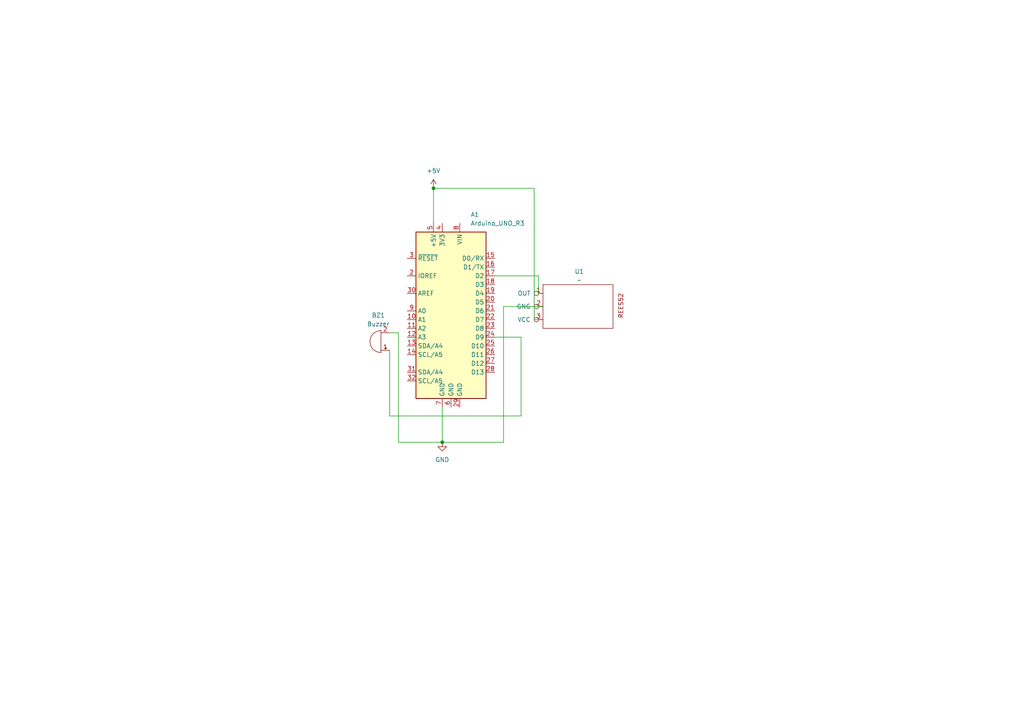
<source format=kicad_sch>
(kicad_sch
	(version 20250114)
	(generator "eeschema")
	(generator_version "9.0")
	(uuid "afce15fa-03c7-4ae4-83d1-740005143d9d")
	(paper "A4")
	(lib_symbols
		(symbol "Device:Buzzer"
			(pin_names
				(offset 0.0254)
				(hide yes)
			)
			(exclude_from_sim no)
			(in_bom yes)
			(on_board yes)
			(property "Reference" "BZ"
				(at 3.81 1.27 0)
				(effects
					(font
						(size 1.27 1.27)
					)
					(justify left)
				)
			)
			(property "Value" "Buzzer"
				(at 3.81 -1.27 0)
				(effects
					(font
						(size 1.27 1.27)
					)
					(justify left)
				)
			)
			(property "Footprint" ""
				(at -0.635 2.54 90)
				(effects
					(font
						(size 1.27 1.27)
					)
					(hide yes)
				)
			)
			(property "Datasheet" "~"
				(at -0.635 2.54 90)
				(effects
					(font
						(size 1.27 1.27)
					)
					(hide yes)
				)
			)
			(property "Description" "Buzzer, polarized"
				(at 0 0 0)
				(effects
					(font
						(size 1.27 1.27)
					)
					(hide yes)
				)
			)
			(property "ki_keywords" "quartz resonator ceramic"
				(at 0 0 0)
				(effects
					(font
						(size 1.27 1.27)
					)
					(hide yes)
				)
			)
			(property "ki_fp_filters" "*Buzzer*"
				(at 0 0 0)
				(effects
					(font
						(size 1.27 1.27)
					)
					(hide yes)
				)
			)
			(symbol "Buzzer_0_1"
				(polyline
					(pts
						(xy -1.651 1.905) (xy -1.143 1.905)
					)
					(stroke
						(width 0)
						(type default)
					)
					(fill
						(type none)
					)
				)
				(polyline
					(pts
						(xy -1.397 2.159) (xy -1.397 1.651)
					)
					(stroke
						(width 0)
						(type default)
					)
					(fill
						(type none)
					)
				)
				(arc
					(start 0 3.175)
					(mid 3.1612 0)
					(end 0 -3.175)
					(stroke
						(width 0)
						(type default)
					)
					(fill
						(type none)
					)
				)
				(polyline
					(pts
						(xy 0 3.175) (xy 0 -3.175)
					)
					(stroke
						(width 0)
						(type default)
					)
					(fill
						(type none)
					)
				)
			)
			(symbol "Buzzer_1_1"
				(pin passive line
					(at -2.54 2.54 0)
					(length 2.54)
					(name "+"
						(effects
							(font
								(size 1.27 1.27)
							)
						)
					)
					(number "1"
						(effects
							(font
								(size 1.27 1.27)
							)
						)
					)
				)
				(pin passive line
					(at -2.54 -2.54 0)
					(length 2.54)
					(name "-"
						(effects
							(font
								(size 1.27 1.27)
							)
						)
					)
					(number "2"
						(effects
							(font
								(size 1.27 1.27)
							)
						)
					)
				)
			)
			(embedded_fonts no)
		)
		(symbol "MCU_Module:Arduino_UNO_R3"
			(exclude_from_sim no)
			(in_bom yes)
			(on_board yes)
			(property "Reference" "A"
				(at -10.16 23.495 0)
				(effects
					(font
						(size 1.27 1.27)
					)
					(justify left bottom)
				)
			)
			(property "Value" "Arduino_UNO_R3"
				(at 5.08 -26.67 0)
				(effects
					(font
						(size 1.27 1.27)
					)
					(justify left top)
				)
			)
			(property "Footprint" "Module:Arduino_UNO_R3"
				(at 0 0 0)
				(effects
					(font
						(size 1.27 1.27)
						(italic yes)
					)
					(hide yes)
				)
			)
			(property "Datasheet" "https://www.arduino.cc/en/Main/arduinoBoardUno"
				(at 0 0 0)
				(effects
					(font
						(size 1.27 1.27)
					)
					(hide yes)
				)
			)
			(property "Description" "Arduino UNO Microcontroller Module, release 3"
				(at 0 0 0)
				(effects
					(font
						(size 1.27 1.27)
					)
					(hide yes)
				)
			)
			(property "ki_keywords" "Arduino UNO R3 Microcontroller Module Atmel AVR USB"
				(at 0 0 0)
				(effects
					(font
						(size 1.27 1.27)
					)
					(hide yes)
				)
			)
			(property "ki_fp_filters" "Arduino*UNO*R3*"
				(at 0 0 0)
				(effects
					(font
						(size 1.27 1.27)
					)
					(hide yes)
				)
			)
			(symbol "Arduino_UNO_R3_0_1"
				(rectangle
					(start -10.16 22.86)
					(end 10.16 -25.4)
					(stroke
						(width 0.254)
						(type default)
					)
					(fill
						(type background)
					)
				)
			)
			(symbol "Arduino_UNO_R3_1_1"
				(pin bidirectional line
					(at -12.7 15.24 0)
					(length 2.54)
					(name "D0/RX"
						(effects
							(font
								(size 1.27 1.27)
							)
						)
					)
					(number "15"
						(effects
							(font
								(size 1.27 1.27)
							)
						)
					)
				)
				(pin bidirectional line
					(at -12.7 12.7 0)
					(length 2.54)
					(name "D1/TX"
						(effects
							(font
								(size 1.27 1.27)
							)
						)
					)
					(number "16"
						(effects
							(font
								(size 1.27 1.27)
							)
						)
					)
				)
				(pin bidirectional line
					(at -12.7 10.16 0)
					(length 2.54)
					(name "D2"
						(effects
							(font
								(size 1.27 1.27)
							)
						)
					)
					(number "17"
						(effects
							(font
								(size 1.27 1.27)
							)
						)
					)
				)
				(pin bidirectional line
					(at -12.7 7.62 0)
					(length 2.54)
					(name "D3"
						(effects
							(font
								(size 1.27 1.27)
							)
						)
					)
					(number "18"
						(effects
							(font
								(size 1.27 1.27)
							)
						)
					)
				)
				(pin bidirectional line
					(at -12.7 5.08 0)
					(length 2.54)
					(name "D4"
						(effects
							(font
								(size 1.27 1.27)
							)
						)
					)
					(number "19"
						(effects
							(font
								(size 1.27 1.27)
							)
						)
					)
				)
				(pin bidirectional line
					(at -12.7 2.54 0)
					(length 2.54)
					(name "D5"
						(effects
							(font
								(size 1.27 1.27)
							)
						)
					)
					(number "20"
						(effects
							(font
								(size 1.27 1.27)
							)
						)
					)
				)
				(pin bidirectional line
					(at -12.7 0 0)
					(length 2.54)
					(name "D6"
						(effects
							(font
								(size 1.27 1.27)
							)
						)
					)
					(number "21"
						(effects
							(font
								(size 1.27 1.27)
							)
						)
					)
				)
				(pin bidirectional line
					(at -12.7 -2.54 0)
					(length 2.54)
					(name "D7"
						(effects
							(font
								(size 1.27 1.27)
							)
						)
					)
					(number "22"
						(effects
							(font
								(size 1.27 1.27)
							)
						)
					)
				)
				(pin bidirectional line
					(at -12.7 -5.08 0)
					(length 2.54)
					(name "D8"
						(effects
							(font
								(size 1.27 1.27)
							)
						)
					)
					(number "23"
						(effects
							(font
								(size 1.27 1.27)
							)
						)
					)
				)
				(pin bidirectional line
					(at -12.7 -7.62 0)
					(length 2.54)
					(name "D9"
						(effects
							(font
								(size 1.27 1.27)
							)
						)
					)
					(number "24"
						(effects
							(font
								(size 1.27 1.27)
							)
						)
					)
				)
				(pin bidirectional line
					(at -12.7 -10.16 0)
					(length 2.54)
					(name "D10"
						(effects
							(font
								(size 1.27 1.27)
							)
						)
					)
					(number "25"
						(effects
							(font
								(size 1.27 1.27)
							)
						)
					)
				)
				(pin bidirectional line
					(at -12.7 -12.7 0)
					(length 2.54)
					(name "D11"
						(effects
							(font
								(size 1.27 1.27)
							)
						)
					)
					(number "26"
						(effects
							(font
								(size 1.27 1.27)
							)
						)
					)
				)
				(pin bidirectional line
					(at -12.7 -15.24 0)
					(length 2.54)
					(name "D12"
						(effects
							(font
								(size 1.27 1.27)
							)
						)
					)
					(number "27"
						(effects
							(font
								(size 1.27 1.27)
							)
						)
					)
				)
				(pin bidirectional line
					(at -12.7 -17.78 0)
					(length 2.54)
					(name "D13"
						(effects
							(font
								(size 1.27 1.27)
							)
						)
					)
					(number "28"
						(effects
							(font
								(size 1.27 1.27)
							)
						)
					)
				)
				(pin no_connect line
					(at -10.16 -20.32 0)
					(length 2.54)
					(hide yes)
					(name "NC"
						(effects
							(font
								(size 1.27 1.27)
							)
						)
					)
					(number "1"
						(effects
							(font
								(size 1.27 1.27)
							)
						)
					)
				)
				(pin power_in line
					(at -2.54 25.4 270)
					(length 2.54)
					(name "VIN"
						(effects
							(font
								(size 1.27 1.27)
							)
						)
					)
					(number "8"
						(effects
							(font
								(size 1.27 1.27)
							)
						)
					)
				)
				(pin power_in line
					(at -2.54 -27.94 90)
					(length 2.54)
					(name "GND"
						(effects
							(font
								(size 1.27 1.27)
							)
						)
					)
					(number "29"
						(effects
							(font
								(size 1.27 1.27)
							)
						)
					)
				)
				(pin power_in line
					(at 0 -27.94 90)
					(length 2.54)
					(name "GND"
						(effects
							(font
								(size 1.27 1.27)
							)
						)
					)
					(number "6"
						(effects
							(font
								(size 1.27 1.27)
							)
						)
					)
				)
				(pin power_out line
					(at 2.54 25.4 270)
					(length 2.54)
					(name "3V3"
						(effects
							(font
								(size 1.27 1.27)
							)
						)
					)
					(number "4"
						(effects
							(font
								(size 1.27 1.27)
							)
						)
					)
				)
				(pin power_in line
					(at 2.54 -27.94 90)
					(length 2.54)
					(name "GND"
						(effects
							(font
								(size 1.27 1.27)
							)
						)
					)
					(number "7"
						(effects
							(font
								(size 1.27 1.27)
							)
						)
					)
				)
				(pin power_out line
					(at 5.08 25.4 270)
					(length 2.54)
					(name "+5V"
						(effects
							(font
								(size 1.27 1.27)
							)
						)
					)
					(number "5"
						(effects
							(font
								(size 1.27 1.27)
							)
						)
					)
				)
				(pin input line
					(at 12.7 15.24 180)
					(length 2.54)
					(name "~{RESET}"
						(effects
							(font
								(size 1.27 1.27)
							)
						)
					)
					(number "3"
						(effects
							(font
								(size 1.27 1.27)
							)
						)
					)
				)
				(pin output line
					(at 12.7 10.16 180)
					(length 2.54)
					(name "IOREF"
						(effects
							(font
								(size 1.27 1.27)
							)
						)
					)
					(number "2"
						(effects
							(font
								(size 1.27 1.27)
							)
						)
					)
				)
				(pin input line
					(at 12.7 5.08 180)
					(length 2.54)
					(name "AREF"
						(effects
							(font
								(size 1.27 1.27)
							)
						)
					)
					(number "30"
						(effects
							(font
								(size 1.27 1.27)
							)
						)
					)
				)
				(pin bidirectional line
					(at 12.7 0 180)
					(length 2.54)
					(name "A0"
						(effects
							(font
								(size 1.27 1.27)
							)
						)
					)
					(number "9"
						(effects
							(font
								(size 1.27 1.27)
							)
						)
					)
				)
				(pin bidirectional line
					(at 12.7 -2.54 180)
					(length 2.54)
					(name "A1"
						(effects
							(font
								(size 1.27 1.27)
							)
						)
					)
					(number "10"
						(effects
							(font
								(size 1.27 1.27)
							)
						)
					)
				)
				(pin bidirectional line
					(at 12.7 -5.08 180)
					(length 2.54)
					(name "A2"
						(effects
							(font
								(size 1.27 1.27)
							)
						)
					)
					(number "11"
						(effects
							(font
								(size 1.27 1.27)
							)
						)
					)
				)
				(pin bidirectional line
					(at 12.7 -7.62 180)
					(length 2.54)
					(name "A3"
						(effects
							(font
								(size 1.27 1.27)
							)
						)
					)
					(number "12"
						(effects
							(font
								(size 1.27 1.27)
							)
						)
					)
				)
				(pin bidirectional line
					(at 12.7 -10.16 180)
					(length 2.54)
					(name "SDA/A4"
						(effects
							(font
								(size 1.27 1.27)
							)
						)
					)
					(number "13"
						(effects
							(font
								(size 1.27 1.27)
							)
						)
					)
				)
				(pin bidirectional line
					(at 12.7 -12.7 180)
					(length 2.54)
					(name "SCL/A5"
						(effects
							(font
								(size 1.27 1.27)
							)
						)
					)
					(number "14"
						(effects
							(font
								(size 1.27 1.27)
							)
						)
					)
				)
				(pin bidirectional line
					(at 12.7 -17.78 180)
					(length 2.54)
					(name "SDA/A4"
						(effects
							(font
								(size 1.27 1.27)
							)
						)
					)
					(number "31"
						(effects
							(font
								(size 1.27 1.27)
							)
						)
					)
				)
				(pin bidirectional line
					(at 12.7 -20.32 180)
					(length 2.54)
					(name "SCL/A5"
						(effects
							(font
								(size 1.27 1.27)
							)
						)
					)
					(number "32"
						(effects
							(font
								(size 1.27 1.27)
							)
						)
					)
				)
			)
			(embedded_fonts no)
		)
		(symbol "Symbols:REES52"
			(pin_names
				(offset 1.016)
			)
			(exclude_from_sim no)
			(in_bom yes)
			(on_board yes)
			(property "Reference" "U"
				(at 0 0 0)
				(effects
					(font
						(size 1.27 1.27)
					)
				)
			)
			(property "Value" ""
				(at 0 0 0)
				(effects
					(font
						(size 1.27 1.27)
					)
				)
			)
			(property "Footprint" "OptoDevice:Vishay_TCRT5000"
				(at 0 0 0)
				(effects
					(font
						(size 1.27 1.27)
					)
					(hide yes)
				)
			)
			(property "Datasheet" ""
				(at 0 0 0)
				(effects
					(font
						(size 1.27 1.27)
					)
					(hide yes)
				)
			)
			(property "Description" ""
				(at 0 0 0)
				(effects
					(font
						(size 1.27 1.27)
					)
					(hide yes)
				)
			)
			(symbol "REES52_0_1"
				(rectangle
					(start -6.35 -5.08)
					(end 6.35 -25.4)
					(stroke
						(width 0)
						(type default)
					)
					(fill
						(type none)
					)
				)
			)
			(symbol "REES52_1_1"
				(text "REES52"
					(at -0.254 -2.794 0)
					(effects
						(font
							(size 1.27 1.27)
						)
					)
				)
				(pin output inverted
					(at -3.81 -25.4 270)
					(length 2.54)
					(name "OUT"
						(effects
							(font
								(size 1.27 1.27)
							)
						)
					)
					(number "1"
						(effects
							(font
								(size 1.27 1.27)
							)
						)
					)
				)
				(pin power_out inverted
					(at 0 -25.4 270)
					(length 2.54)
					(name "GNG"
						(effects
							(font
								(size 1.27 1.27)
							)
						)
					)
					(number "2"
						(effects
							(font
								(size 1.27 1.27)
							)
						)
					)
				)
				(pin input inverted
					(at 3.81 -25.4 270)
					(length 2.54)
					(name "VCC"
						(effects
							(font
								(size 1.27 1.27)
							)
						)
					)
					(number "3"
						(effects
							(font
								(size 1.27 1.27)
							)
						)
					)
				)
			)
			(embedded_fonts no)
		)
		(symbol "power:+5V"
			(power)
			(pin_numbers
				(hide yes)
			)
			(pin_names
				(offset 0)
				(hide yes)
			)
			(exclude_from_sim no)
			(in_bom yes)
			(on_board yes)
			(property "Reference" "#PWR"
				(at 0 -3.81 0)
				(effects
					(font
						(size 1.27 1.27)
					)
					(hide yes)
				)
			)
			(property "Value" "+5V"
				(at 0 3.556 0)
				(effects
					(font
						(size 1.27 1.27)
					)
				)
			)
			(property "Footprint" ""
				(at 0 0 0)
				(effects
					(font
						(size 1.27 1.27)
					)
					(hide yes)
				)
			)
			(property "Datasheet" ""
				(at 0 0 0)
				(effects
					(font
						(size 1.27 1.27)
					)
					(hide yes)
				)
			)
			(property "Description" "Power symbol creates a global label with name \"+5V\""
				(at 0 0 0)
				(effects
					(font
						(size 1.27 1.27)
					)
					(hide yes)
				)
			)
			(property "ki_keywords" "global power"
				(at 0 0 0)
				(effects
					(font
						(size 1.27 1.27)
					)
					(hide yes)
				)
			)
			(symbol "+5V_0_1"
				(polyline
					(pts
						(xy -0.762 1.27) (xy 0 2.54)
					)
					(stroke
						(width 0)
						(type default)
					)
					(fill
						(type none)
					)
				)
				(polyline
					(pts
						(xy 0 2.54) (xy 0.762 1.27)
					)
					(stroke
						(width 0)
						(type default)
					)
					(fill
						(type none)
					)
				)
				(polyline
					(pts
						(xy 0 0) (xy 0 2.54)
					)
					(stroke
						(width 0)
						(type default)
					)
					(fill
						(type none)
					)
				)
			)
			(symbol "+5V_1_1"
				(pin power_in line
					(at 0 0 90)
					(length 0)
					(name "~"
						(effects
							(font
								(size 1.27 1.27)
							)
						)
					)
					(number "1"
						(effects
							(font
								(size 1.27 1.27)
							)
						)
					)
				)
			)
			(embedded_fonts no)
		)
		(symbol "power:GND"
			(power)
			(pin_numbers
				(hide yes)
			)
			(pin_names
				(offset 0)
				(hide yes)
			)
			(exclude_from_sim no)
			(in_bom yes)
			(on_board yes)
			(property "Reference" "#PWR"
				(at 0 -6.35 0)
				(effects
					(font
						(size 1.27 1.27)
					)
					(hide yes)
				)
			)
			(property "Value" "GND"
				(at 0 -3.81 0)
				(effects
					(font
						(size 1.27 1.27)
					)
				)
			)
			(property "Footprint" ""
				(at 0 0 0)
				(effects
					(font
						(size 1.27 1.27)
					)
					(hide yes)
				)
			)
			(property "Datasheet" ""
				(at 0 0 0)
				(effects
					(font
						(size 1.27 1.27)
					)
					(hide yes)
				)
			)
			(property "Description" "Power symbol creates a global label with name \"GND\" , ground"
				(at 0 0 0)
				(effects
					(font
						(size 1.27 1.27)
					)
					(hide yes)
				)
			)
			(property "ki_keywords" "global power"
				(at 0 0 0)
				(effects
					(font
						(size 1.27 1.27)
					)
					(hide yes)
				)
			)
			(symbol "GND_0_1"
				(polyline
					(pts
						(xy 0 0) (xy 0 -1.27) (xy 1.27 -1.27) (xy 0 -2.54) (xy -1.27 -1.27) (xy 0 -1.27)
					)
					(stroke
						(width 0)
						(type default)
					)
					(fill
						(type none)
					)
				)
			)
			(symbol "GND_1_1"
				(pin power_in line
					(at 0 0 270)
					(length 0)
					(name "~"
						(effects
							(font
								(size 1.27 1.27)
							)
						)
					)
					(number "1"
						(effects
							(font
								(size 1.27 1.27)
							)
						)
					)
				)
			)
			(embedded_fonts no)
		)
	)
	(junction
		(at 125.73 54.61)
		(diameter 0)
		(color 0 0 0 0)
		(uuid "da57210d-c040-4c24-bd1f-eecae0e61ef5")
	)
	(junction
		(at 128.27 128.27)
		(diameter 0)
		(color 0 0 0 0)
		(uuid "db38f1dd-3907-49fc-9383-1bd745e20b79")
	)
	(wire
		(pts
			(xy 156.21 85.09) (xy 156.21 80.01)
		)
		(stroke
			(width 0)
			(type default)
		)
		(uuid "037d6846-4da0-4d0e-b38f-9a5d4e42cea1")
	)
	(wire
		(pts
			(xy 156.21 80.01) (xy 143.51 80.01)
		)
		(stroke
			(width 0)
			(type default)
		)
		(uuid "53984790-6c35-49ba-a90c-cb2f538a871f")
	)
	(wire
		(pts
			(xy 154.94 92.71) (xy 154.94 54.61)
		)
		(stroke
			(width 0)
			(type default)
		)
		(uuid "634ef29d-4e72-4baf-a8c0-b662cb100339")
	)
	(wire
		(pts
			(xy 115.57 128.27) (xy 115.57 96.52)
		)
		(stroke
			(width 0)
			(type default)
		)
		(uuid "6f197945-c19d-4a8b-abac-981c2c099ae3")
	)
	(wire
		(pts
			(xy 128.27 128.27) (xy 115.57 128.27)
		)
		(stroke
			(width 0)
			(type default)
		)
		(uuid "7bdd75e4-c95c-4949-9a3f-d3d3d8a81f1e")
	)
	(wire
		(pts
			(xy 128.27 118.11) (xy 128.27 128.27)
		)
		(stroke
			(width 0)
			(type default)
		)
		(uuid "829a86dc-c939-46da-9e23-c1871e4736d8")
	)
	(wire
		(pts
			(xy 154.94 54.61) (xy 125.73 54.61)
		)
		(stroke
			(width 0)
			(type default)
		)
		(uuid "85e64d85-3b61-4f49-942a-1676312e28c8")
	)
	(wire
		(pts
			(xy 128.27 128.27) (xy 146.05 128.27)
		)
		(stroke
			(width 0)
			(type default)
		)
		(uuid "86b8c742-84f5-4da3-a439-68723238f213")
	)
	(wire
		(pts
			(xy 143.51 97.79) (xy 151.13 97.79)
		)
		(stroke
			(width 0)
			(type default)
		)
		(uuid "8d4ab38c-e098-4151-80e9-2ed4c5016441")
	)
	(wire
		(pts
			(xy 113.03 101.6) (xy 113.03 120.65)
		)
		(stroke
			(width 0)
			(type default)
		)
		(uuid "922b14eb-01f2-462a-b105-882ea2bb9fa7")
	)
	(wire
		(pts
			(xy 156.21 85.09) (xy 157.48 85.09)
		)
		(stroke
			(width 0)
			(type default)
		)
		(uuid "a2376d0d-dc6a-4f87-b342-a77f4f54eceb")
	)
	(wire
		(pts
			(xy 151.13 120.65) (xy 151.13 97.79)
		)
		(stroke
			(width 0)
			(type default)
		)
		(uuid "b2e0428a-ec9b-417d-ac8e-fee2faa052ba")
	)
	(wire
		(pts
			(xy 115.57 96.52) (xy 113.03 96.52)
		)
		(stroke
			(width 0)
			(type default)
		)
		(uuid "bb77f460-a328-4a08-b11f-0f70fe30ed9b")
	)
	(wire
		(pts
			(xy 157.48 88.9) (xy 146.05 88.9)
		)
		(stroke
			(width 0)
			(type default)
		)
		(uuid "daf9d997-ad12-4c66-879d-8fa30afdbd8c")
	)
	(wire
		(pts
			(xy 154.94 92.71) (xy 157.48 92.71)
		)
		(stroke
			(width 0)
			(type default)
		)
		(uuid "de979748-486a-422f-bd3d-3c4c004673ff")
	)
	(wire
		(pts
			(xy 125.73 54.61) (xy 125.73 64.77)
		)
		(stroke
			(width 0)
			(type default)
		)
		(uuid "e97fa31f-ac50-4591-ab32-a6670e435048")
	)
	(wire
		(pts
			(xy 113.03 120.65) (xy 151.13 120.65)
		)
		(stroke
			(width 0)
			(type default)
		)
		(uuid "f3ff885c-72f6-428b-8268-ee71a4a799ea")
	)
	(wire
		(pts
			(xy 146.05 88.9) (xy 146.05 128.27)
		)
		(stroke
			(width 0)
			(type default)
		)
		(uuid "f9c0df81-36d0-4345-8e29-b102197f172f")
	)
	(symbol
		(lib_id "power:+5V")
		(at 125.73 54.61 0)
		(unit 1)
		(exclude_from_sim no)
		(in_bom yes)
		(on_board yes)
		(dnp no)
		(fields_autoplaced yes)
		(uuid "25837496-769d-475e-8ba9-77c5c8e170e2")
		(property "Reference" "#PWR02"
			(at 125.73 58.42 0)
			(effects
				(font
					(size 1.27 1.27)
				)
				(hide yes)
			)
		)
		(property "Value" "+5V"
			(at 125.73 49.53 0)
			(effects
				(font
					(size 1.27 1.27)
				)
			)
		)
		(property "Footprint" ""
			(at 125.73 54.61 0)
			(effects
				(font
					(size 1.27 1.27)
				)
				(hide yes)
			)
		)
		(property "Datasheet" ""
			(at 125.73 54.61 0)
			(effects
				(font
					(size 1.27 1.27)
				)
				(hide yes)
			)
		)
		(property "Description" "Power symbol creates a global label with name \"+5V\""
			(at 125.73 54.61 0)
			(effects
				(font
					(size 1.27 1.27)
				)
				(hide yes)
			)
		)
		(pin "1"
			(uuid "29663c16-933d-4cd8-aa93-204767c51144")
		)
		(instances
			(project ""
				(path "/afce15fa-03c7-4ae4-83d1-740005143d9d"
					(reference "#PWR02")
					(unit 1)
				)
			)
		)
	)
	(symbol
		(lib_id "MCU_Module:Arduino_UNO_R3")
		(at 130.81 90.17 0)
		(mirror y)
		(unit 1)
		(exclude_from_sim no)
		(in_bom yes)
		(on_board yes)
		(dnp no)
		(fields_autoplaced yes)
		(uuid "5226cd7d-a0bf-4954-8fe6-738ec511b50a")
		(property "Reference" "A1"
			(at 136.4681 62.23 0)
			(effects
				(font
					(size 1.27 1.27)
				)
				(justify right)
			)
		)
		(property "Value" "Arduino_UNO_R3"
			(at 136.4681 64.77 0)
			(effects
				(font
					(size 1.27 1.27)
				)
				(justify right)
			)
		)
		(property "Footprint" "Module:Arduino_UNO_R3"
			(at 130.81 90.17 0)
			(effects
				(font
					(size 1.27 1.27)
					(italic yes)
				)
				(hide yes)
			)
		)
		(property "Datasheet" "https://www.arduino.cc/en/Main/arduinoBoardUno"
			(at 130.81 90.17 0)
			(effects
				(font
					(size 1.27 1.27)
				)
				(hide yes)
			)
		)
		(property "Description" "Arduino UNO Microcontroller Module, release 3"
			(at 130.81 90.17 0)
			(effects
				(font
					(size 1.27 1.27)
				)
				(hide yes)
			)
		)
		(pin "20"
			(uuid "b2ce0312-d405-4760-9244-bfb08f9ac00e")
		)
		(pin "1"
			(uuid "6da875eb-dd78-4577-8668-30894c09daa3")
		)
		(pin "3"
			(uuid "da9efb73-299e-46fb-ad10-9b37d0a5e1d3")
		)
		(pin "6"
			(uuid "c26470e7-5c2e-4caf-b6d8-40ab6e663925")
		)
		(pin "9"
			(uuid "a3f3a15a-0216-48a1-842b-f2de706c3750")
		)
		(pin "10"
			(uuid "ae72cd9e-e379-46a2-a40a-e48eadd17836")
		)
		(pin "11"
			(uuid "529e0d55-d9b4-4f9d-82ba-4d09bd4cf7b9")
		)
		(pin "12"
			(uuid "c5277c86-4dca-4e78-8089-4040ea4a2db2")
		)
		(pin "22"
			(uuid "f725e880-16a2-4f10-a4d6-03f4f7ec6d98")
		)
		(pin "16"
			(uuid "297a419a-a2fd-43f1-aa06-f5e544e4c7da")
		)
		(pin "28"
			(uuid "f4a69a8d-87d6-483d-95f5-18aec817c987")
		)
		(pin "8"
			(uuid "78c55b2c-44f3-4383-85cf-dd3e2a5ced54")
		)
		(pin "29"
			(uuid "d7f5a0b8-a4ea-4235-af05-2ef6165b8543")
		)
		(pin "18"
			(uuid "fab939e9-4721-483e-815f-edd8b2c87b5e")
		)
		(pin "17"
			(uuid "a8a00a20-0069-4ed1-9722-e05d55ab271f")
		)
		(pin "25"
			(uuid "447dd4a1-0524-40c1-ba61-e6fcb26c4adf")
		)
		(pin "27"
			(uuid "5cd055f3-8568-473e-b825-bf759895720e")
		)
		(pin "26"
			(uuid "e8eb3a37-8109-42e1-9faa-16b42d457bd0")
		)
		(pin "7"
			(uuid "49d60fb4-f38a-4c5b-b0c8-d755d5e496b8")
		)
		(pin "5"
			(uuid "9ee96265-4eb1-4243-a880-ab02af038dca")
		)
		(pin "2"
			(uuid "104a32f8-01d0-42a4-bbda-d143b7f09458")
		)
		(pin "19"
			(uuid "b36d2497-3413-4bc3-905a-a7ba088657c0")
		)
		(pin "15"
			(uuid "3f49eb51-ba32-4682-b71f-b54599d77e9c")
		)
		(pin "24"
			(uuid "4a543f70-1ea8-46ee-bbe0-6321323eab66")
		)
		(pin "21"
			(uuid "9c45d016-59c7-45bf-9c93-2ef6b4ad451c")
		)
		(pin "23"
			(uuid "46d47853-622c-46c9-85c7-02e46fbfb2de")
		)
		(pin "4"
			(uuid "eeeeebe2-669d-4788-bebc-fc9436eba978")
		)
		(pin "30"
			(uuid "9403f184-6602-4934-ad87-b4cd9fb85cae")
		)
		(pin "32"
			(uuid "dcf198e8-6b22-4245-a7c4-8e02d856dab3")
		)
		(pin "31"
			(uuid "37ed446c-c6cb-49e1-8cab-fa1c3305ad41")
		)
		(pin "14"
			(uuid "578d02d4-0119-49cb-84bf-3fbd94ac2be3")
		)
		(pin "13"
			(uuid "25ad364b-b30a-40d8-8922-a4c8be210527")
		)
		(instances
			(project ""
				(path "/afce15fa-03c7-4ae4-83d1-740005143d9d"
					(reference "A1")
					(unit 1)
				)
			)
		)
	)
	(symbol
		(lib_id "Device:Buzzer")
		(at 110.49 99.06 180)
		(unit 1)
		(exclude_from_sim no)
		(in_bom yes)
		(on_board yes)
		(dnp no)
		(fields_autoplaced yes)
		(uuid "62a148b1-e4a7-4114-90c4-a85d92547383")
		(property "Reference" "BZ1"
			(at 109.7349 91.44 0)
			(effects
				(font
					(size 1.27 1.27)
				)
			)
		)
		(property "Value" "Buzzer"
			(at 109.7349 93.98 0)
			(effects
				(font
					(size 1.27 1.27)
				)
			)
		)
		(property "Footprint" "Buzzer_Beeper:Buzzer_12x9.5RM7.6"
			(at 111.125 101.6 90)
			(effects
				(font
					(size 1.27 1.27)
				)
				(hide yes)
			)
		)
		(property "Datasheet" "~"
			(at 111.125 101.6 90)
			(effects
				(font
					(size 1.27 1.27)
				)
				(hide yes)
			)
		)
		(property "Description" "Buzzer, polarized"
			(at 110.49 99.06 0)
			(effects
				(font
					(size 1.27 1.27)
				)
				(hide yes)
			)
		)
		(pin "1"
			(uuid "ebd9a1a4-ff7b-4ba1-afea-d67c96165a77")
		)
		(pin "2"
			(uuid "4292db47-a075-418f-b1d0-3441c79a5bd1")
		)
		(instances
			(project ""
				(path "/afce15fa-03c7-4ae4-83d1-740005143d9d"
					(reference "BZ1")
					(unit 1)
				)
			)
		)
	)
	(symbol
		(lib_id "Symbols:REES52")
		(at 182.88 88.9 270)
		(unit 1)
		(exclude_from_sim no)
		(in_bom yes)
		(on_board yes)
		(dnp no)
		(fields_autoplaced yes)
		(uuid "7217e4c1-6e86-44ae-a919-7d8d1b5554d3")
		(property "Reference" "U1"
			(at 168.0238 78.74 90)
			(effects
				(font
					(size 1.27 1.27)
				)
			)
		)
		(property "Value" "~"
			(at 168.0238 81.28 90)
			(effects
				(font
					(size 1.27 1.27)
				)
			)
		)
		(property "Footprint" "OptoDevice:Vishay_TCRT5000"
			(at 182.88 88.9 0)
			(effects
				(font
					(size 1.27 1.27)
				)
				(hide yes)
			)
		)
		(property "Datasheet" ""
			(at 182.88 88.9 0)
			(effects
				(font
					(size 1.27 1.27)
				)
				(hide yes)
			)
		)
		(property "Description" ""
			(at 182.88 88.9 0)
			(effects
				(font
					(size 1.27 1.27)
				)
				(hide yes)
			)
		)
		(pin "2"
			(uuid "a0c705d0-d01f-4e80-875e-d71d00992c6a")
		)
		(pin "3"
			(uuid "b5d89e96-0331-49d4-9787-7c2cf33deade")
		)
		(pin "1"
			(uuid "c0dabf32-7170-448d-97c5-fa4915ce4a4d")
		)
		(instances
			(project ""
				(path "/afce15fa-03c7-4ae4-83d1-740005143d9d"
					(reference "U1")
					(unit 1)
				)
			)
		)
	)
	(symbol
		(lib_id "power:GND")
		(at 128.27 128.27 0)
		(unit 1)
		(exclude_from_sim no)
		(in_bom yes)
		(on_board yes)
		(dnp no)
		(fields_autoplaced yes)
		(uuid "da484197-8861-4c0c-b6ac-b3d00b86ed43")
		(property "Reference" "#PWR01"
			(at 128.27 134.62 0)
			(effects
				(font
					(size 1.27 1.27)
				)
				(hide yes)
			)
		)
		(property "Value" "GND"
			(at 128.27 133.35 0)
			(effects
				(font
					(size 1.27 1.27)
				)
			)
		)
		(property "Footprint" ""
			(at 128.27 128.27 0)
			(effects
				(font
					(size 1.27 1.27)
				)
				(hide yes)
			)
		)
		(property "Datasheet" ""
			(at 128.27 128.27 0)
			(effects
				(font
					(size 1.27 1.27)
				)
				(hide yes)
			)
		)
		(property "Description" "Power symbol creates a global label with name \"GND\" , ground"
			(at 128.27 128.27 0)
			(effects
				(font
					(size 1.27 1.27)
				)
				(hide yes)
			)
		)
		(pin "1"
			(uuid "4a7010a7-7b65-443c-9f8d-fa20aa9faccf")
		)
		(instances
			(project ""
				(path "/afce15fa-03c7-4ae4-83d1-740005143d9d"
					(reference "#PWR01")
					(unit 1)
				)
			)
		)
	)
	(sheet_instances
		(path "/"
			(page "1")
		)
	)
	(embedded_fonts no)
)

</source>
